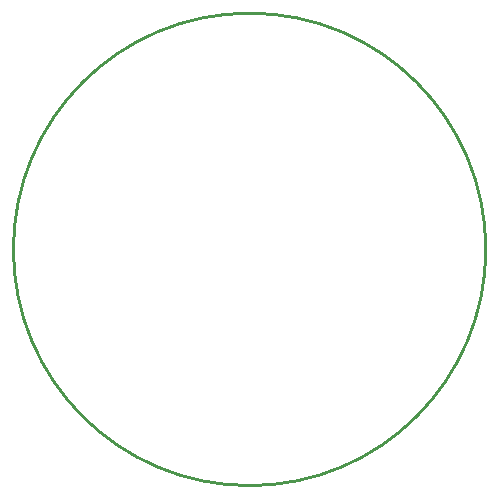
<source format=gko>
G04 Layer: BoardOutlineLayer*
G04 EasyEDA Pro v2.2.35.2, 2025-01-16 15:30:06*
G04 Gerber Generator version 0.3*
G04 Scale: 100 percent, Rotated: No, Reflected: No*
G04 Dimensions in millimeters*
G04 Leading zeros omitted, absolute positions, 4 integers and 5 decimals*
%FSLAX45Y45*%
%MOMM*%
%ADD10C,0.254*%
G75*


G04 Circle Start*
G54D10*
G01X-2000000Y3999992D02*
G03X2000000Y3999992I2000000J0D01*
G03X-2000000Y3999992I-2000000J0D01*
G04 Circle End*

M02*


</source>
